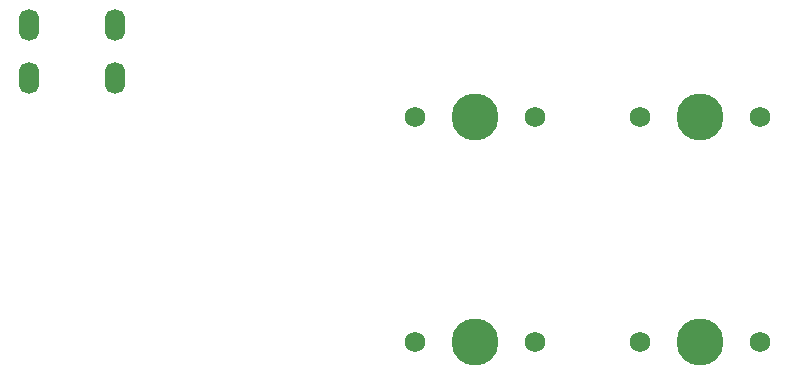
<source format=gts>
%TF.GenerationSoftware,KiCad,Pcbnew,7.0.10*%
%TF.CreationDate,2024-01-02T18:30:23-06:00*%
%TF.ProjectId,Keyboard3x3,4b657962-6f61-4726-9433-78332e6b6963,rev?*%
%TF.SameCoordinates,Original*%
%TF.FileFunction,Soldermask,Top*%
%TF.FilePolarity,Negative*%
%FSLAX46Y46*%
G04 Gerber Fmt 4.6, Leading zero omitted, Abs format (unit mm)*
G04 Created by KiCad (PCBNEW 7.0.10) date 2024-01-02 18:30:23*
%MOMM*%
%LPD*%
G01*
G04 APERTURE LIST*
%ADD10C,1.750000*%
%ADD11C,3.987800*%
%ADD12O,1.700000X2.700000*%
G04 APERTURE END LIST*
D10*
%TO.C,MX3*%
X92785000Y-57225000D03*
D11*
X97865000Y-57225000D03*
D10*
X102945000Y-57225000D03*
%TD*%
%TO.C,MX1*%
X73735000Y-57225000D03*
D11*
X78815000Y-57225000D03*
D10*
X83895000Y-57225000D03*
%TD*%
%TO.C,MX2*%
X73735000Y-76275000D03*
D11*
X78815000Y-76275000D03*
D10*
X83895000Y-76275000D03*
%TD*%
%TO.C,MX4*%
X92785000Y-76275000D03*
D11*
X97865000Y-76275000D03*
D10*
X102945000Y-76275000D03*
%TD*%
D12*
%TO.C,USB1*%
X48302000Y-49450000D03*
X41002000Y-49450000D03*
X48302000Y-53950000D03*
X41002000Y-53950000D03*
%TD*%
M02*

</source>
